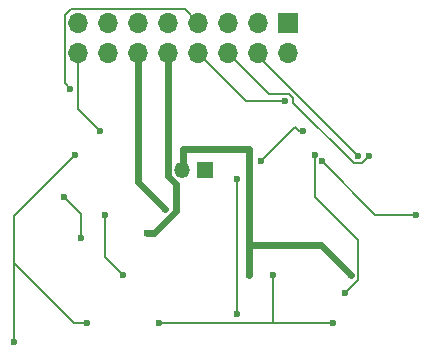
<source format=gbr>
%TF.GenerationSoftware,KiCad,Pcbnew,8.0.1*%
%TF.CreationDate,2024-03-24T23:27:44+02:00*%
%TF.ProjectId,Power Project PCB  v0,506f7765-7220-4507-926f-6a6563742050,rev?*%
%TF.SameCoordinates,Original*%
%TF.FileFunction,Copper,L2,Bot*%
%TF.FilePolarity,Positive*%
%FSLAX46Y46*%
G04 Gerber Fmt 4.6, Leading zero omitted, Abs format (unit mm)*
G04 Created by KiCad (PCBNEW 8.0.1) date 2024-03-24 23:27:44*
%MOMM*%
%LPD*%
G01*
G04 APERTURE LIST*
%TA.AperFunction,ComponentPad*%
%ADD10O,1.350000X1.350000*%
%TD*%
%TA.AperFunction,ComponentPad*%
%ADD11R,1.350000X1.350000*%
%TD*%
%TA.AperFunction,ComponentPad*%
%ADD12R,1.700000X1.700000*%
%TD*%
%TA.AperFunction,ComponentPad*%
%ADD13O,1.700000X1.700000*%
%TD*%
%TA.AperFunction,ViaPad*%
%ADD14C,0.600000*%
%TD*%
%TA.AperFunction,Conductor*%
%ADD15C,0.200000*%
%TD*%
%TA.AperFunction,Conductor*%
%ADD16C,0.600000*%
%TD*%
G04 APERTURE END LIST*
D10*
%TO.P,J2,2,Pin_2*%
%TO.N,Charge*%
X135000000Y-44000000D03*
D11*
%TO.P,J2,1,Pin_1*%
%TO.N,GND*%
X137000000Y-44000000D03*
%TD*%
D12*
%TO.P,J1,1,Pin_1*%
%TO.N,Motor2_A*%
X144040000Y-31500000D03*
D13*
%TO.P,J1,2,Pin_2*%
%TO.N,PWM1*%
X144040000Y-34040000D03*
%TO.P,J1,3,Pin_3*%
%TO.N,Motor2_B*%
X141500000Y-31500000D03*
%TO.P,J1,4,Pin_4*%
%TO.N,PWM2*%
X141500000Y-34040000D03*
%TO.P,J1,5,Pin_5*%
%TO.N,GND*%
X138960000Y-31500000D03*
%TO.P,J1,6,Pin_6*%
X138960000Y-34040000D03*
%TO.P,J1,7,Pin_7*%
%TO.N,BATT*%
X136420000Y-31500000D03*
%TO.P,J1,8,Pin_8*%
X136420000Y-34040000D03*
%TO.P,J1,9,Pin_9*%
%TO.N,RESV*%
X133880000Y-31500000D03*
%TO.P,J1,10,Pin_10*%
%TO.N,BATT_ADC*%
X133880000Y-34040000D03*
%TO.P,J1,11,Pin_11*%
%TO.N,+5V*%
X131340000Y-31500000D03*
%TO.P,J1,12,Pin_12*%
X131340000Y-34040000D03*
%TO.P,J1,13,Pin_13*%
%TO.N,Motor1_A*%
X128800000Y-31500000D03*
%TO.P,J1,14,Pin_14*%
%TO.N,PWM3*%
X128800000Y-34040000D03*
%TO.P,J1,15,Pin_15*%
%TO.N,Motor1_B*%
X126260000Y-31500000D03*
%TO.P,J1,16,Pin_16*%
%TO.N,PWM4*%
X126260000Y-34040000D03*
%TD*%
D14*
%TO.N,BATT*%
X146904000Y-43237687D03*
X154848000Y-47752000D03*
X145288000Y-40640000D03*
X141732000Y-43180000D03*
X139700000Y-56172000D03*
X139700000Y-44704000D03*
X127000000Y-56896000D03*
X125984000Y-42672000D03*
X120798863Y-58525137D03*
%TO.N,GND*%
X147828000Y-56896000D03*
X142748000Y-52832000D03*
X133096000Y-56896000D03*
X150876000Y-42800000D03*
%TO.N,Motor2_A*%
X146304000Y-42672000D03*
X148844000Y-54356000D03*
%TO.N,Motor1_B*%
X128524000Y-47752000D03*
X130048000Y-52832000D03*
%TO.N,Motor1_A*%
X126492000Y-49754000D03*
X125060000Y-46228000D03*
%TO.N,BATT*%
X125568000Y-37084000D03*
%TO.N,PWM4*%
X128100000Y-40640000D03*
%TO.N,BATT*%
X143764000Y-38100000D03*
%TO.N,PWM2*%
X149959194Y-42798959D03*
%TO.N,BATT_ADC*%
X132080000Y-49276000D03*
%TO.N,Charge*%
X149352000Y-52832000D03*
X140716000Y-52832000D03*
%TO.N,+5V*%
X133604000Y-47244000D03*
%TD*%
D15*
%TO.N,BATT*%
X151418313Y-47752000D02*
X146904000Y-43237687D01*
X154848000Y-47752000D02*
X151418313Y-47752000D01*
X144947470Y-40640000D02*
X145288000Y-40640000D01*
X144609735Y-40302265D02*
X144947470Y-40640000D01*
X141732000Y-43180000D02*
X144609735Y-40302265D01*
X139700000Y-56172000D02*
X139700000Y-44704000D01*
X125878863Y-56896000D02*
X120798863Y-51816000D01*
X120798863Y-58525137D02*
X120798863Y-51816000D01*
X120798863Y-51816000D02*
X120798863Y-47857137D01*
X127000000Y-56896000D02*
X125878863Y-56896000D01*
X120798863Y-47857137D02*
X125984000Y-42672000D01*
%TO.N,GND*%
X142748000Y-56896000D02*
X147828000Y-56896000D01*
X142748000Y-52832000D02*
X142748000Y-56896000D01*
X133096000Y-56896000D02*
X142748000Y-56896000D01*
X142420000Y-37500000D02*
X138960000Y-34040000D01*
X144085786Y-37500000D02*
X142420000Y-37500000D01*
X144478893Y-38306893D02*
X144478893Y-37893107D01*
X149570959Y-43398959D02*
X144478893Y-38306893D01*
X150277041Y-43398959D02*
X149570959Y-43398959D01*
X150876000Y-42800000D02*
X150277041Y-43398959D01*
X144478893Y-37893107D02*
X144085786Y-37500000D01*
%TO.N,Motor2_A*%
X146304000Y-45720000D02*
X146304000Y-42672000D01*
X148844000Y-54356000D02*
X149952000Y-53248000D01*
X149952000Y-49876000D02*
X146304000Y-46228000D01*
X146304000Y-46228000D02*
X146304000Y-45720000D01*
X149952000Y-53248000D02*
X149952000Y-49876000D01*
%TO.N,Motor1_B*%
X128524000Y-51308000D02*
X128524000Y-47752000D01*
X130048000Y-52832000D02*
X128524000Y-51308000D01*
%TO.N,Motor1_A*%
X126492000Y-47660000D02*
X125060000Y-46228000D01*
X126492000Y-49754000D02*
X126492000Y-47660000D01*
%TO.N,BATT*%
X125606000Y-30350000D02*
X135270000Y-30350000D01*
X125110000Y-30846000D02*
X125606000Y-30350000D01*
X135270000Y-30350000D02*
X136420000Y-31500000D01*
X125110000Y-36626000D02*
X125110000Y-30846000D01*
X125568000Y-37084000D02*
X125110000Y-36626000D01*
%TO.N,PWM4*%
X126260000Y-38800000D02*
X126260000Y-34040000D01*
X128100000Y-40640000D02*
X126260000Y-38800000D01*
%TO.N,BATT*%
X143764000Y-38100000D02*
X140480000Y-38100000D01*
X140480000Y-38100000D02*
X136420000Y-34040000D01*
%TO.N,PWM2*%
X141500000Y-34348528D02*
X141500000Y-34040000D01*
X149950431Y-42798959D02*
X141500000Y-34348528D01*
X149959194Y-42798959D02*
X149950431Y-42798959D01*
D16*
%TO.N,BATT_ADC*%
X133825000Y-34095000D02*
X133880000Y-34040000D01*
X134513299Y-45175000D02*
X133825000Y-44486701D01*
X134513299Y-47466072D02*
X134513299Y-45175000D01*
X132703371Y-49276000D02*
X134513299Y-47466072D01*
X132080000Y-49276000D02*
X132703371Y-49276000D01*
X133825000Y-44486701D02*
X133825000Y-34095000D01*
%TO.N,+5V*%
X131340000Y-44980000D02*
X131340000Y-34040000D01*
X133604000Y-47244000D02*
X131340000Y-44980000D01*
%TO.N,Charge*%
X146812000Y-50292000D02*
X140716000Y-50292000D01*
X149352000Y-52832000D02*
X146812000Y-50292000D01*
X140716000Y-52832000D02*
X140716000Y-50292000D01*
X140716000Y-50292000D02*
X140716000Y-42164000D01*
X135128000Y-43872000D02*
X135000000Y-44000000D01*
X135128000Y-42164000D02*
X135128000Y-43872000D01*
X140716000Y-42164000D02*
X135128000Y-42164000D01*
%TO.N,+5V*%
X131572000Y-34272000D02*
X131340000Y-34040000D01*
D15*
%TO.N,Motor1_B*%
X125760000Y-31000000D02*
X126260000Y-31500000D01*
%TD*%
M02*

</source>
